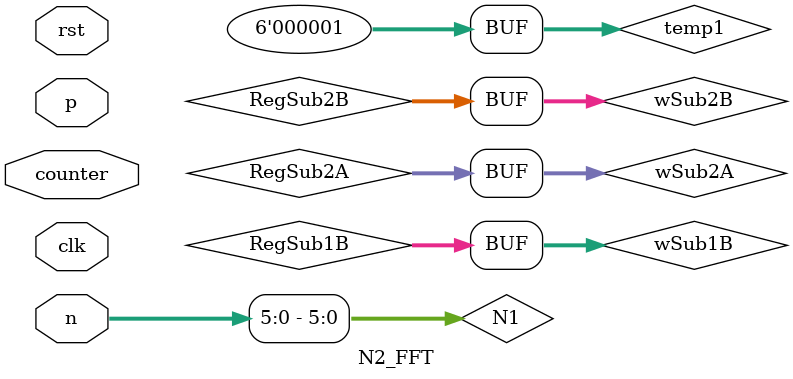
<source format=v>
`timescale 1ns / 1ps
module N2_FFT #(parameter SIZE = 64)(
    input [31:0] n,
    input [31:0] p,
	 input [31:0] counter,
	 input clk,
	 input rst
    );


/////////////////////////State Machine//////////////

always @(posedge clk) begin
if (rst)
	state <= 0;
else begin
	case (state) 
		
		0:begin //set values
			state <= 1;
			rx1 <= 0;
			rx2 <= 0;
			ix1 <= 0;
			ix2 <= 0;
			end
		1: begin //get 1st value from wRAM and get sin and cos values
			W_address <= N1;
			state <= 2;
			theSIN <= SIN_douta;
			theCOS <= COS_douta;
		end
		2: begin
			rx1 <= W_out;
			ix1 <= I_out;
			W_address <= N2;
			state <= 3;
		end // get 2nd value from wRAM
		3: begin
			rx2 <= W_out;
			ix2 <= I_out;
			state <= 4;
		end
		4: begin //computation for reC imS going towards REAL
			RegMul1A <= rx2;
			RegMul1B <= theCOS;
			RegMul2A <= ix2;
			RegMul2B <= theSIN;
			W_address <= N1;
			
			state <= 5;
		end
		5: begin//delay 7 cycles
			if(dC1 > 7)begin
				state <= 6;
				dC1 <= 0;
			end
			else
				dC1 = dC1 + 1;	
		end
		6: begin //set reC and imS, and set into subtractor, also set multiplier going towards IMAG
			reC <= mul1;
			imS <= mul2;
			
			RegSub1A <= reC;
			RegSub1B <= imS;
			
			
			RegMul1A <= rx2;
			RegMul1B <= theSIN;
			RegMul2A <= ix2;
			RegMul2B <= theCOS;
			state <= 7;
		
		end
		
		7:begin // delay state for subtractor
		 if(dC2 > 12)begin
				state <= 8;
				dC2 <= 0;
			end
			else
				dC2 = dC2 + 1;	
		end
		
		8:begin // set REAL from sub output, set addr1 for IMAG
			REAL <= sub;
			
			reS <= mul1;
			imC <= mul2;
			
			RegAd1A <= reS;
			RegAd1B <= imC;
			state <= 9;
		end
	  9:begin // delay state for subtractor
		 if(dC3 > 12)begin
				state <= 10;
				dC3 <= 0;
			end
			else
				dC3 = dC3 + 1;	
		end
		10: begin //set IMAG from addr1, load addr1 and addr2 for Fo and set subtractors for F1
			IMAG <= addr1;
			
			RegAd1A <= REAL;
			RegAd1B <= rx1;
			RegAd2A <= IMAG;
			RegAd2B <= ix1;
			
			RegSub1A <= rx1;
			RegSub1B <= REAL;
			RegSub2A <= ix1;
			RegSub2B <= IMAG;
			state <= 11;
			
		end
	  11:begin // delay state for subtractor
		 if(dC4 > 12)begin
				state <= 12;
				dC4 <= 0;
			end
			else
				dC4 = dC4 + 1;	
		end		
		12:begin //set F0R,F0I,F1R,F1I. write F0I and F0R to RAM
			F0R <= addr1;
			F0I <= addr2;
			
			F1R <= sub1;
			F1I <= sub2;
			
			W_enable <= 1;
			
			W_input <= F0R;
			I_input <= F0I;
			
			W_address <= N2;
			
			W_enable <= 0;
			state <= 13;
			
		end
		13: begin //write F1R and F1I to RAM
			W_input <= F1R;
			I_input <= F1I;
			
			W_enable <= 1;
			
			state <= 14;
		end
		
		14: begin //end state
			W_enable <= 0;
			state <= 14;
		end
	endcase



end
end





/////////////Register and wire declarations////////////////


//temporary registers for holding variables
reg[31:0] reC,imS,reS,imC,REAL,IMAG,F0I, F0R, F1I, F1R;




///Real registers
reg[31:0] rx1,rx2,theSIN, theCOS;
wire[31:0] wrX1, wrX2;
assign wrX1 = rx1;
assign wrX2 = rx2;
//imag registers
reg[31:0] ix1,ix2;
wire[31:0] wiX1, wiX2;
assign wiX1 = ix1;
assign wiX2 = ix2;

wire[5:0] N1, N2,temp1,temp2,SINCOSaddress;	

assign N1 = n;

assign temp1 = 6'b000001;
assign temp2 = temp1 << p;
assign N2 = (SIZE/temp2) + n;
assign SINCOSaddress = counter * temp2/2; 



//SIN and COS 
reg [31:0] COS_in, SIN_in;//, addressX;
reg SINCOS_en;
wire[31:0] COS_dina,SIN_dina;//,COS_addra,SIN_addra;
wire SIN_wea, COS_wea;
assign COS_dina = COS_in;
assign SIN_dina = SIN_in;
assign COS_wea = SINCOS_en;
assign SIN_wea = SINCOS_en;
//assign COS_addra = addressX;
//assign SIN_addra = addressX;




//MUL INPUT
reg[31:0] RegMul1A, RegMul1B, RegMul2A, RegMul2B;
wire[31:0] wMul1A,wMul1B, wMul2A, wMul2B;
assign wMul1A = RegMul1A;
assign wMul1B = RegMul1B;
assign wMul2A = RegMul2A;
assign wMul2B = RegMul2B;

//ADDER/SUB INPUT
reg[31:0] RegAd1A, RegAd1B, RegAd2A, RegAd2B,RegSub1A, RegSub1B,RegSub2A, RegSub2B;
wire[31:0] wAd1A,wAd1B, wAd2A, wAd2B,wSub1A,wSub1B,wSub2A,wSub2B;
assign wAd1A = RegAd1A;
assign wAd1B = RegAd1B;
assign wAd2A = RegAd2A;
assign wAd2B = RegAd2B;
assign wSub1A = RegSub1A;
assign wSub1B = RegSub1B;
assign wSub2A = RegSub2A;
assign wSub2B = RegSub2B;



//RAM wires
wire [31:0] W_RAM_input, I_RAM_input,I_douta;
reg [31:0] W_input,I_input;
assign W_RAM_input = W_input;
assign I_RAM_input = I_input; 


reg [31:0] W_address;
wire [31:0] W_addr; 
assign W_addr = W_address;

wire [31:0] W_out, I_out;

reg W_enable;
wire W_wea;
assign W_wea = W_enable;



reg [31:0] state, dC1, dC2, dC3, dC4, dC5, dC6, dC7, dC8, dC9;



/////////////////////////IP CORES/////////////////////////


ROM_MUL mul_1 (
  .a(wMul1A), // input [31 : 0] a
  .b(wMul1B), // input [31 : 0] b
  .clk(clk), // input clk
  .result(mul1) // output [31 : 0] result
);

ROM_MUL mul_2 (
  .a(wMul2A), // input [31 : 0] a
  .b(wMul2B), // input [31 : 0] b
  .clk(clk), // input clk
  .result(mul2) // output [31 : 0] result
);


FPAdder addr_1 (
  .a(wAd1A), // input [31 : 0] a
  .b(wAd1B), // input [31 : 0] b
  .clk(clk), // input clk
  .result(addr1) // output [31 : 0] result
);

FPAdder addr_2 (
  .a(wAd2A), // input [31 : 0] a
  .b(wAd2B), // input [31 : 0] b
  .clk(clk), // input clk
  .result(addr2) // output [31 : 0] result
);

SUB SUB_1 (
  .a(wSub1A), // input [31 : 0] a
  .b(wSub1B), // input [31 : 0] b
  .clk(clk), // input clk
  .result(sub1) // output [31 : 0] result
);


SUB SUB_2 (
  .a(wSub2A), // input [31 : 0] a
  .b(wSub2B), // input [31 : 0] b
  .clk(clk), // input clk
  .result(sub2) // output [31 : 0] result
);



W_RAM W_RAM (
  .clka(clk), // input clka
  .wea(W_wea), // input [0 : 0] wea
  .addra(W_addr), // input [5 : 0] addra
  .dina(W_RAM_input), // input [31 : 0] dina
  .douta(W_out) // output [31 : 0] douta
);

I_RAM I_RAM (
  .clka(clk), // input clka
  .wea(W_wea), // input [0 : 0] wea
  .addra(W_addr), // input [5 : 0] addra
  .dina(I_RAM_input), // input [31 : 0] dina
  .douta(I_out) // output [31 : 0] douta
);


SIN_RAM SIN_RAM (
  .clka(clk), // input clka
  .wea(SIN_wea), // input [0 : 0] wea
  .addra(SINCOSaddress), // input [4 : 0] addra
  .dina(SIN_dina), // input [31 : 0] dina
  .douta(SIN_douta) // output [31 : 0] douta
);

COS_RAM COS_RAM (
  .clka(clk), // input clka
  .wea(COS_wea), // input [0 : 0] wea
  .addra(SINCOSaddress), // input [4 : 0] addra
  .dina(COS_dina), // input [31 : 0] dina
  .douta(COS_douta) // output [31 : 0] douta
);




endmodule

</source>
